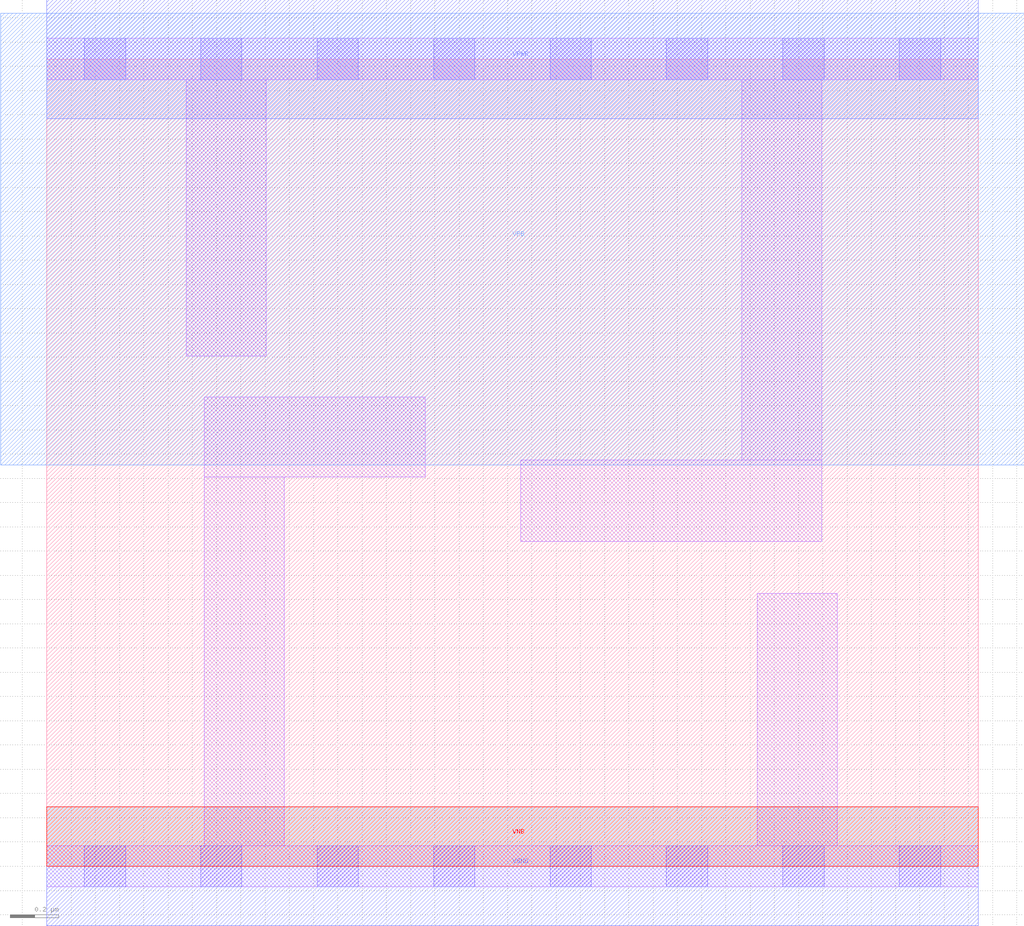
<source format=lef>
# Copyright 2020 The SkyWater PDK Authors
#
# Licensed under the Apache License, Version 2.0 (the "License");
# you may not use this file except in compliance with the License.
# You may obtain a copy of the License at
#
#     https://www.apache.org/licenses/LICENSE-2.0
#
# Unless required by applicable law or agreed to in writing, software
# distributed under the License is distributed on an "AS IS" BASIS,
# WITHOUT WARRANTIES OR CONDITIONS OF ANY KIND, either express or implied.
# See the License for the specific language governing permissions and
# limitations under the License.
#
# SPDX-License-Identifier: Apache-2.0

VERSION 5.7 ;
  NOWIREEXTENSIONATPIN ON ;
  DIVIDERCHAR "/" ;
  BUSBITCHARS "[]" ;
MACRO sky130_fd_sc_lp__decap_8
  CLASS CORE SPACER ;
  FOREIGN sky130_fd_sc_lp__decap_8 ;
  ORIGIN  0.000000  0.000000 ;
  SIZE  3.840000 BY  3.330000 ;
  SYMMETRY X Y R90 ;
  SITE unit ;
  PIN VNB
    PORT
      LAYER pwell ;
        RECT 0.000000 0.000000 3.840000 0.245000 ;
    END
  END VNB
  PIN VPB
    PORT
      LAYER nwell ;
        RECT -0.190000 1.655000 4.030000 3.520000 ;
    END
  END VPB
  PIN VGND
    DIRECTION INOUT ;
    USE GROUND ;
    PORT
      LAYER met1 ;
        RECT 0.000000 -0.245000 3.840000 0.245000 ;
    END
  END VGND
  PIN VPWR
    DIRECTION INOUT ;
    USE POWER ;
    PORT
      LAYER met1 ;
        RECT 0.000000 3.085000 3.840000 3.575000 ;
    END
  END VPWR
  OBS
    LAYER li1 ;
      RECT 0.000000 -0.085000 3.840000 0.085000 ;
      RECT 0.000000  3.245000 3.840000 3.415000 ;
      RECT 0.575000  2.105000 0.905000 3.245000 ;
      RECT 0.650000  0.085000 0.980000 1.605000 ;
      RECT 0.650000  1.605000 1.560000 1.935000 ;
      RECT 1.955000  1.340000 3.195000 1.675000 ;
      RECT 2.865000  1.675000 3.195000 3.245000 ;
      RECT 2.930000  0.085000 3.260000 1.125000 ;
    LAYER mcon ;
      RECT 0.155000 -0.085000 0.325000 0.085000 ;
      RECT 0.155000  3.245000 0.325000 3.415000 ;
      RECT 0.635000 -0.085000 0.805000 0.085000 ;
      RECT 0.635000  3.245000 0.805000 3.415000 ;
      RECT 1.115000 -0.085000 1.285000 0.085000 ;
      RECT 1.115000  3.245000 1.285000 3.415000 ;
      RECT 1.595000 -0.085000 1.765000 0.085000 ;
      RECT 1.595000  3.245000 1.765000 3.415000 ;
      RECT 2.075000 -0.085000 2.245000 0.085000 ;
      RECT 2.075000  3.245000 2.245000 3.415000 ;
      RECT 2.555000 -0.085000 2.725000 0.085000 ;
      RECT 2.555000  3.245000 2.725000 3.415000 ;
      RECT 3.035000 -0.085000 3.205000 0.085000 ;
      RECT 3.035000  3.245000 3.205000 3.415000 ;
      RECT 3.515000 -0.085000 3.685000 0.085000 ;
      RECT 3.515000  3.245000 3.685000 3.415000 ;
  END
END sky130_fd_sc_lp__decap_8
END LIBRARY

</source>
